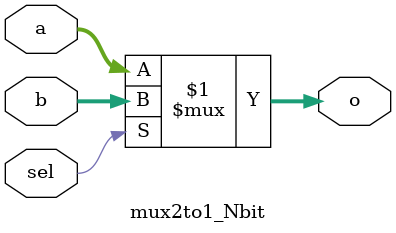
<source format=v>
`timescale 1ns / 1ps


module mux2to1_Nbit #(parameter N = 32) (
    output [N-1:0] o,
    input [N-1:0] a,
    input [N-1:0] b,
    input sel
    );
    
    assign o = sel ? b : a;
endmodule
</source>
